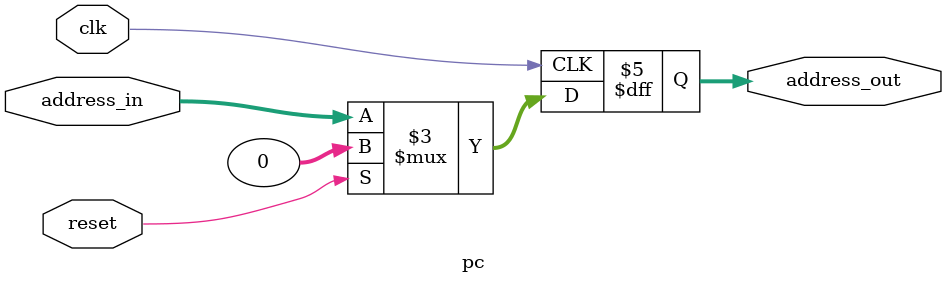
<source format=sv>

module pc(clk, reset, address_in, address_out);
	input logic clk, reset;
	input logic [31:0]address_in;
	output logic [31:0]address_out;
	

	// DFF logic
	always@(posedge clk) begin
		if (reset) begin 
			address_out <= 32'h00000000;
		end else  begin 
			address_out <= address_in;
		end
	end

endmodule


</source>
